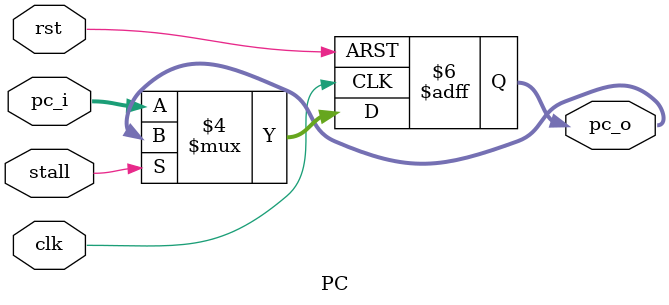
<source format=v>
module PC (
    input clk,
    input rst,
    input stall,
    input [31:0] pc_i,
    output reg [31:0] pc_o
);

    // TODO: implement your program counter here
always @(posedge clk, negedge rst) begin
    if(!rst) begin pc_o <= 32'b0; end
    else begin 
        if(!stall) begin
            pc_o <= pc_i; 
        end
    end
end

endmodule

</source>
